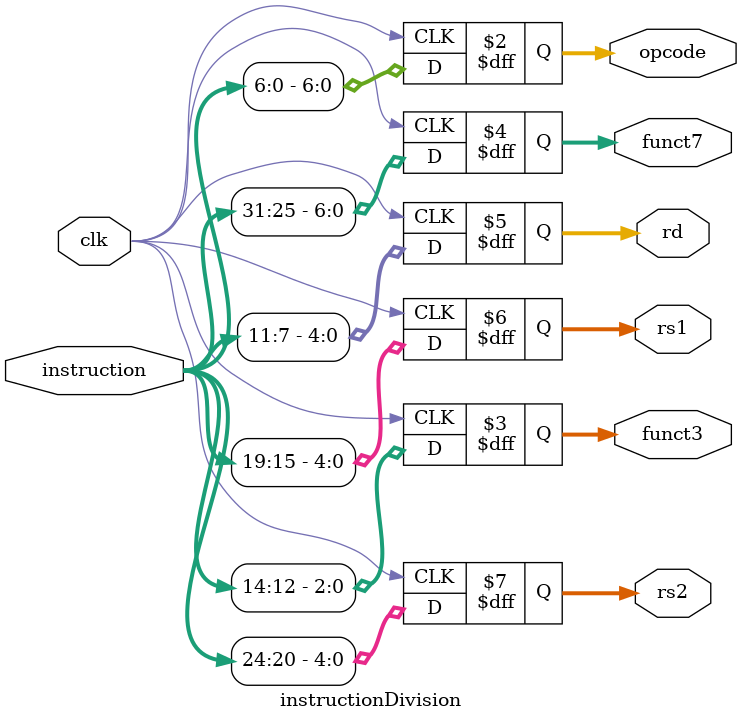
<source format=v>
module instructionDivision(
    input wire clk,
    input wire [31:0] instruction,
    output reg [6:0] opcode, 
    output reg [2:0] funct3,
    output reg [6:0] funct7,
    output reg [4:0] rd,
    output reg [4:0] rs1,
    output reg [4:0] rs2
    );
    always @(posedge clk) begin
        opcode = instruction[6:0];
        funct3 = instruction[14:12];
        funct7 = instruction[31:25];
        rd = instruction[11:7];
        rs1 = instruction[19:15];
        rs2 = instruction[24:20];

    end 
endmodule
</source>
